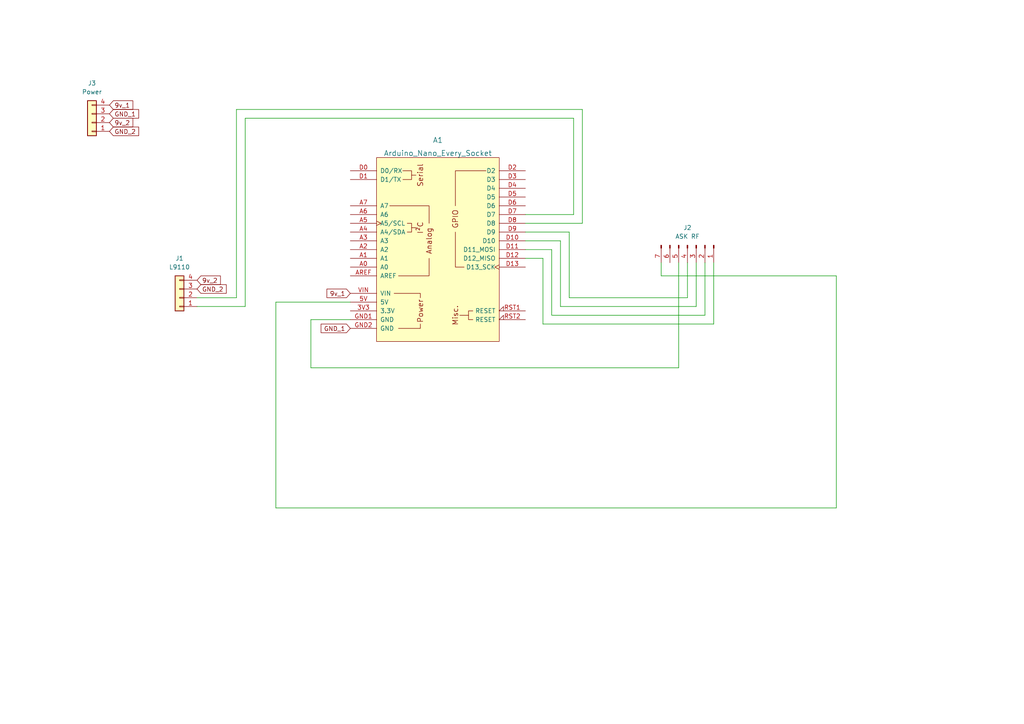
<source format=kicad_sch>
(kicad_sch (version 20211123) (generator eeschema)
  (paper "A4")
  (lib_symbols
    (symbol "Connector:Conn_01x07_Male" (pin_names (offset 1.016) hide)
      (property "Reference" "J" (at 0 10.16 0))
      (property "Value" "Conn_01x07_Male" (at 0 -10.16 0))
      (symbol "Conn_01x07_Male_1_1"
        (polyline (pts (xy 1.27 -7.62) (xy 0.8636 -7.62)) (stroke (width 0.1524)))
        (polyline (pts (xy 1.27 -5.08) (xy 0.8636 -5.08)) (stroke (width 0.1524)))
        (polyline (pts (xy 1.27 -2.54) (xy 0.8636 -2.54)) (stroke (width 0.1524)))
        (polyline (pts (xy 1.27 0) (xy 0.8636 0)) (stroke (width 0.1524)))
        (polyline (pts (xy 1.27 2.54) (xy 0.8636 2.54)) (stroke (width 0.1524)))
        (polyline (pts (xy 1.27 5.08) (xy 0.8636 5.08)) (stroke (width 0.1524)))
        (polyline (pts (xy 1.27 7.62) (xy 0.8636 7.62)) (stroke (width 0.1524)))
        (rectangle (start 0.8636 -7.493) (end 0 -7.747) (stroke (width 0.1524)) (fill (type outline)))
        (rectangle (start 0.8636 -4.953) (end 0 -5.207) (stroke (width 0.1524)) (fill (type outline)))
        (rectangle (start 0.8636 -2.413) (end 0 -2.667) (stroke (width 0.1524)) (fill (type outline)))
        (rectangle (start 0.8636 0.127) (end 0 -0.127) (stroke (width 0.1524)) (fill (type outline)))
        (rectangle (start 0.8636 2.667) (end 0 2.413) (stroke (width 0.1524)) (fill (type outline)))
        (rectangle (start 0.8636 5.207) (end 0 4.953) (stroke (width 0.1524)) (fill (type outline)))
        (rectangle (start 0.8636 7.747) (end 0 7.493) (stroke (width 0.1524)) (fill (type outline)))
        (pin passive line (at 5.08 7.62 180) (length 3.81) (name "Pin_1") (number "1"))
        (pin passive line (at 5.08 5.08 180) (length 3.81) (name "Pin_2") (number "2"))
        (pin passive line (at 5.08 2.54 180) (length 3.81) (name "Pin_3") (number "3"))
        (pin passive line (at 5.08 0 180) (length 3.81) (name "Pin_4") (number "4"))
        (pin passive line (at 5.08 -2.54 180) (length 3.81) (name "Pin_5") (number "5"))
        (pin passive line (at 5.08 -5.08 180) (length 3.81) (name "Pin_6") (number "6"))
        (pin passive line (at 5.08 -7.62 180) (length 3.81) (name "Pin_7") (number "7"))
      )
    )
    (symbol "Connector_Generic:Conn_01x04" (pin_names (offset 1.016) hide)
      (property "Reference" "J" (at 0 5.08 0))
      (property "Value" "Conn_01x04" (at 0 -7.62 0))
      (symbol "Conn_01x04_1_1"
        (rectangle (start -1.27 -4.953) (end 0 -5.207) (stroke (width 0.1524)))
        (rectangle (start -1.27 -2.413) (end 0 -2.667) (stroke (width 0.1524)))
        (rectangle (start -1.27 0.127) (end 0 -0.127) (stroke (width 0.1524)))
        (rectangle (start -1.27 2.667) (end 0 2.413) (stroke (width 0.1524)))
        (rectangle (start -1.27 3.81) (end 1.27 -6.35) (stroke (width 0.254)) (fill (type background)))
        (pin passive line (at -5.08 2.54 0) (length 3.81) (name "Pin_1") (number "1"))
        (pin passive line (at -5.08 0 0) (length 3.81) (name "Pin_2") (number "2"))
        (pin passive line (at -5.08 -2.54 0) (length 3.81) (name "Pin_3") (number "3"))
        (pin passive line (at -5.08 -5.08 0) (length 3.81) (name "Pin_4") (number "4"))
      )
    )
    (symbol "PCM_arduino-library:Arduino_Nano_Every_Socket" (pin_names (offset 1.016))
      (property "Reference" "A" (at 0 33.02 0))
      (property "Value" "Arduino_Nano_Every_Socket" (at 0 29.21 0))
      (symbol "Arduino_Nano_Every_Socket_0_0"
        (rectangle (start -17.78 26.67) (end 17.78 -26.67) (fill (type background)))
        (polyline (pts (xy -7.62 6.35) (xy -6.35 6.35)))
        (polyline (pts (xy -7.62 21.59) (xy -6.35 21.59)))
        (polyline (pts (xy 8.89 -19.05) (xy 6.35 -19.05)))
        (polyline (pts (xy -11.43 -22.86) (xy -5.08 -22.86) (xy -5.08 -21.59)))
        (polyline (pts (xy -5.08 -13.97) (xy -5.08 -12.7) (xy -12.7 -12.7)))
        (polyline (pts (xy -10.16 22.86) (xy -7.62 22.86) (xy -7.62 20.32) (xy -10.16 20.32)))
        (polyline (pts (xy -8.89 7.62) (xy -7.62 7.62) (xy -7.62 5.08) (xy -8.89 5.08)))
        (text "Analog" (at -2.54 2.54 900) (effects (font (size 1.524 1.524))))
        (text "I²C" (at -5.08 6.35 900) (effects (font (size 1.524 1.524))))
        (text "Misc." (at 5.08 -19.05 900) (effects (font (size 1.524 1.524))))
        (text "Power" (at -5.08 -17.78 900) (effects (font (size 1.524 1.524))))
        (text "Serial" (at -5.08 21.59 900) (effects (font (size 1.524 1.524))))
      )
      (symbol "Arduino_Nano_Every_Socket_0_1"
        (polyline (pts (xy -13.97 12.7) (xy -2.54 12.7) (xy -2.54 7.62)))
        (polyline (pts (xy -11.43 -7.62) (xy -2.54 -7.62) (xy -2.54 -2.54)))
        (polyline (pts (xy 7.62 -5.08) (xy 5.08 -5.08) (xy 5.08 5.08)))
        (polyline (pts (xy 13.97 22.86) (xy 5.08 22.86) (xy 5.08 12.7)))
        (polyline (pts (xy 10.16 -17.78) (xy 8.89 -17.78) (xy 8.89 -20.32) (xy 10.16 -20.32)))
      )
      (symbol "Arduino_Nano_Every_Socket_1_0"
        (text "GPIO" (at 5.08 8.89 900) (effects (font (size 1.524 1.524))))
      )
      (symbol "Arduino_Nano_Every_Socket_1_1"
        (pin power_out line (at -25.4 -17.78 0) (length 7.62) (name "3.3V") (number "3V3"))
        (pin power_in line (at -25.4 -15.24 0) (length 7.62) (name "5V") (number "5V"))
        (pin bidirectional line (at -25.4 -5.08 0) (length 7.62) (name "A0") (number "A0"))
        (pin bidirectional line (at -25.4 -2.54 0) (length 7.62) (name "A1") (number "A1"))
        (pin bidirectional line (at -25.4 0 0) (length 7.62) (name "A2") (number "A2"))
        (pin bidirectional line (at -25.4 2.54 0) (length 7.62) (name "A3") (number "A3"))
        (pin bidirectional line (at -25.4 5.08 0) (length 7.62) (name "A4/SDA") (number "A4"))
        (pin bidirectional clock (at -25.4 7.62 0) (length 7.62) (name "A5/SCL") (number "A5"))
        (pin input line (at -25.4 10.16 0) (length 7.62) (name "A6") (number "A6"))
        (pin input line (at -25.4 12.7 0) (length 7.62) (name "A7") (number "A7"))
        (pin input line (at -25.4 -7.62 0) (length 7.62) (name "AREF") (number "AREF"))
        (pin bidirectional line (at -25.4 22.86 0) (length 7.62) (name "D0/RX") (number "D0"))
        (pin bidirectional line (at -25.4 20.32 0) (length 7.62) (name "D1/TX") (number "D1"))
        (pin bidirectional line (at 25.4 2.54 180) (length 7.62) (name "D10") (number "D10"))
        (pin bidirectional line (at 25.4 0 180) (length 7.62) (name "D11_MOSI") (number "D11"))
        (pin bidirectional line (at 25.4 -2.54 180) (length 7.62) (name "D12_MISO") (number "D12"))
        (pin bidirectional clock (at 25.4 -5.08 180) (length 7.62) (name "D13_SCK") (number "D13"))
        (pin bidirectional line (at 25.4 22.86 180) (length 7.62) (name "D2") (number "D2"))
        (pin bidirectional line (at 25.4 20.32 180) (length 7.62) (name "D3") (number "D3"))
        (pin bidirectional line (at 25.4 17.78 180) (length 7.62) (name "D4") (number "D4"))
        (pin bidirectional line (at 25.4 15.24 180) (length 7.62) (name "D5") (number "D5"))
        (pin bidirectional line (at 25.4 12.7 180) (length 7.62) (name "D6") (number "D6"))
        (pin bidirectional line (at 25.4 10.16 180) (length 7.62) (name "D7") (number "D7"))
        (pin bidirectional line (at 25.4 7.62 180) (length 7.62) (name "D8") (number "D8"))
        (pin bidirectional line (at 25.4 5.08 180) (length 7.62) (name "D9") (number "D9"))
        (pin power_in line (at -25.4 -20.32 0) (length 7.62) (name "GND") (number "GND1"))
        (pin power_in line (at -25.4 -22.86 0) (length 7.62) (name "GND") (number "GND2"))
        (pin open_collector input_low (at 25.4 -17.78 180) (length 7.62) (name "RESET") (number "RST1"))
        (pin open_collector input_low (at 25.4 -20.32 180) (length 7.62) (name "RESET") (number "RST2"))
        (pin power_in line (at -25.4 -12.7 0) (length 7.62) (name "VIN") (number "VIN"))
      )
    )
  )
  (wire (pts (xy 191.77 80.01) (xy 242.57 80.01)))
  (wire (pts (xy 90.17 106.68) (xy 90.17 92.71)))
  (wire (pts (xy 199.39 76.2) (xy 199.39 86.36)))
  (wire (pts (xy 166.37 34.29) (xy 71.12 34.29)))
  (wire (pts (xy 191.77 76.2) (xy 191.77 80.01)))
  (wire (pts (xy 165.1 67.31) (xy 165.1 86.36)))
  (wire (pts (xy 152.4 64.77) (xy 168.91 64.77)))
  (wire (pts (xy 196.85 106.68) (xy 90.17 106.68)))
  (wire (pts (xy 242.57 147.32) (xy 80.01 147.32)))
  (wire (pts (xy 166.37 62.23) (xy 166.37 34.29)))
  (wire (pts (xy 157.48 74.93) (xy 152.4 74.93)))
  (wire (pts (xy 80.01 87.63) (xy 101.6 87.63)))
  (wire (pts (xy 71.12 34.29) (xy 71.12 88.9)))
  (wire (pts (xy 242.57 80.01) (xy 242.57 147.32)))
  (wire (pts (xy 57.15 86.36) (xy 68.58 86.36)))
  (wire (pts (xy 201.93 76.2) (xy 201.93 88.9)))
  (wire (pts (xy 162.56 69.85) (xy 162.56 88.9)))
  (wire (pts (xy 160.02 72.39) (xy 160.02 91.44)))
  (wire (pts (xy 80.01 147.32) (xy 80.01 87.63)))
  (wire (pts (xy 199.39 86.36) (xy 165.1 86.36)))
  (wire (pts (xy 152.4 62.23) (xy 166.37 62.23)))
  (wire (pts (xy 160.02 72.39) (xy 152.4 72.39)))
  (wire (pts (xy 68.58 31.75) (xy 68.58 86.36)))
  (wire (pts (xy 57.15 88.9) (xy 71.12 88.9)))
  (wire (pts (xy 162.56 69.85) (xy 152.4 69.85)))
  (wire (pts (xy 168.91 64.77) (xy 168.91 31.75)))
  (wire (pts (xy 152.4 67.31) (xy 165.1 67.31)))
  (wire (pts (xy 204.47 91.44) (xy 160.02 91.44)))
  (wire (pts (xy 204.47 76.2) (xy 204.47 91.44)))
  (wire (pts (xy 90.17 92.71) (xy 101.6 92.71)))
  (wire (pts (xy 207.01 76.2) (xy 207.01 93.98)))
  (wire (pts (xy 201.93 88.9) (xy 162.56 88.9)))
  (wire (pts (xy 207.01 93.98) (xy 157.48 93.98)))
  (wire (pts (xy 157.48 74.93) (xy 157.48 93.98)))
  (wire (pts (xy 196.85 76.2) (xy 196.85 106.68)))
  (wire (pts (xy 168.91 31.75) (xy 68.58 31.75)))
  (global_label "9v_2" (shape input) (at 57.15 81.28 0) (property "Intersheet References" "${INTERSHEET_REFS}" (effects hide)))
  (global_label "GND_2" (shape input) (at 57.15 83.82 0) (property "Intersheet References" "${INTERSHEET_REFS}" (effects hide)))
  (global_label "9v_1" (shape input) (at 101.6 85.09 180) (property "Intersheet References" "${INTERSHEET_REFS}" (effects hide)))
  (global_label "GND_1" (shape input) (at 101.6 95.25 180) (property "Intersheet References" "${INTERSHEET_REFS}" (effects hide)))
  (global_label "GND_1" (shape input) (at 31.75 33.02 0) (property "Intersheet References" "${INTERSHEET_REFS}" (effects hide)))
  (global_label "GND_2" (shape input) (at 31.75 38.1 0) (property "Intersheet References" "${INTERSHEET_REFS}" (effects hide)))
  (global_label "9v_1" (shape input) (at 31.75 30.48 0) (property "Intersheet References" "${INTERSHEET_REFS}" (effects hide)))
  (global_label "9v_2" (shape input) (at 31.75 35.56 0) (property "Intersheet References" "${INTERSHEET_REFS}" (effects hide)))
  (symbol (lib_id "Connector_Generic:Conn_01x04") (at 26.67 35.56 180) (unit 1)
    (property "Reference" "J3" (at 26.67 24.13 0))
    (property "Value" "Power" (at 26.67 26.67 0))
    (property "Footprint" "Connector_PinHeader_2.54mm:PinHeader_1x04_P2.54mm_Vertical" (effects hide))
  )
  (symbol (lib_id "PCM_arduino-library:Arduino_Nano_Every_Socket") (at 127 72.39 0) (unit 1)
    (property "Reference" "A1" (at 127 40.64 0) (effects (font (size 1.524 1.524))))
    (property "Value" "Arduino_Nano_Every_Socket" (at 127 44.45 0) (effects (font (size 1.524 1.524))))
    (property "Footprint" "PCM_arduino-library:Arduino_Nano_Every_Socket" (effects hide))
    (property "Datasheet" "https://docs.arduino.cc/hardware/nano-every" (effects hide))
  )
  (symbol (lib_id "Connector:Conn_01x07_Male") (at 199.39 71.12 270) (unit 1)
    (property "Reference" "J2" (at 199.39 66.04 90))
    (property "Value" "ASK RF" (at 199.39 68.58 90))
    (property "Footprint" "Connector_PinHeader_2.54mm:PinHeader_1x07_P2.54mm_Vertical" (effects hide))
  )
  (symbol (lib_id "Connector_Generic:Conn_01x04") (at 52.07 86.36 180) (unit 1)
    (property "Reference" "J1" (at 52.07 74.93 0))
    (property "Value" "L9110" (at 52.07 77.47 0))
    (property "Footprint" "Connector_PinHeader_2.54mm:PinHeader_1x04_P2.54mm_Vertical" (effects hide))
  )
)
</source>
